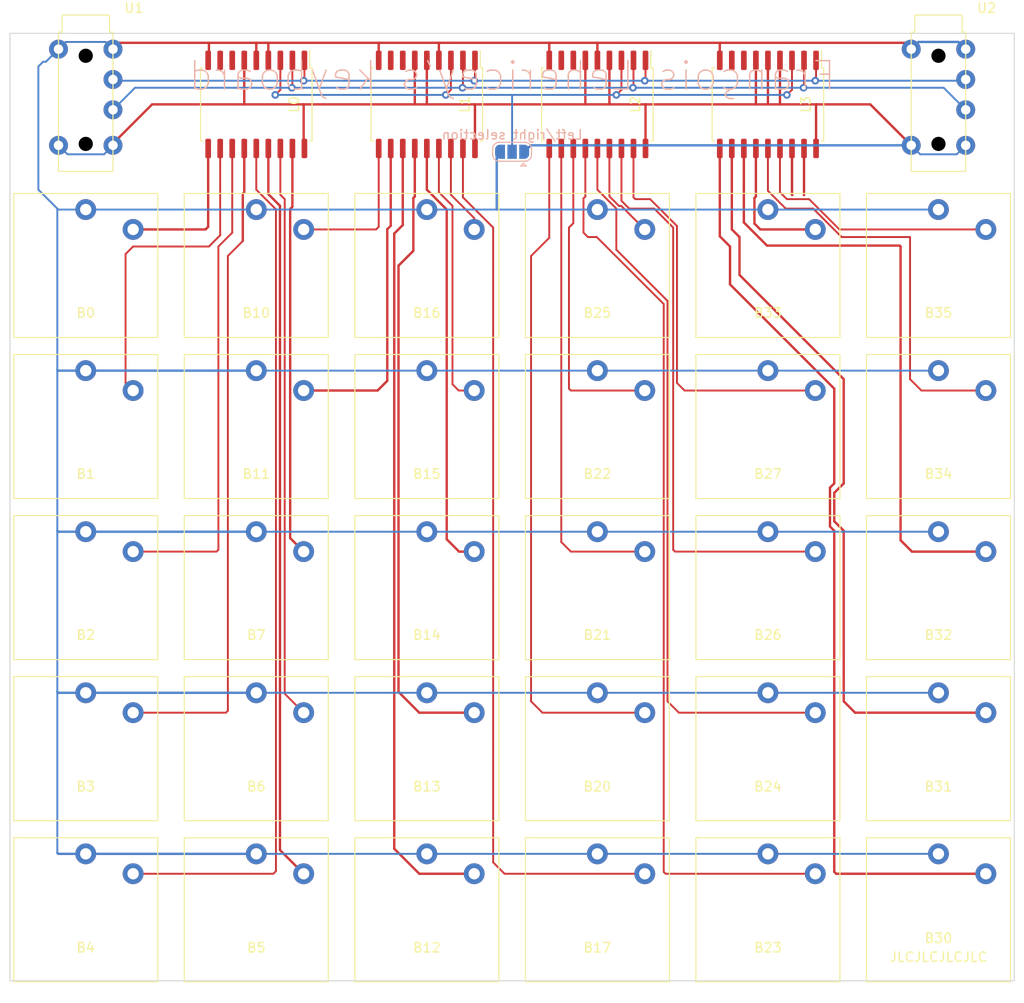
<source format=kicad_pcb>
(kicad_pcb (version 20211014) (generator pcbnew)
  (title_block (title "Split keyboard module") (rev "1") (comment 4 "AISLER Project ID: FWRUWPHT"))
  (layers (0 "F.Cu" signal) (31 "B.Cu" signal) (34 "B.Paste" user) (35 "F.Paste" user) (36 "B.SilkS" user "B.Silkscreen") (37 "F.SilkS" user "F.Silkscreen") (38 "B.Mask" user) (39 "F.Mask" user) (44 "Edge.Cuts" user))
  (net 0 "")
  (net 1 "Earth")
  (net 2 "+3V3")
  (net 3 "Net-(B0-Pad2)")
  (net 4 "Net-(B1-Pad2)")
  (net 13 "unconnected-(L3-Pad16)")
  (net 14 "unconnected-(L3-Pad17)")
  (net 15 "Net-(B2-Pad2)")
  (net 16 "Net-(B3-Pad2)")
  (net 17 "Net-(B4-Pad2)")
  (net 18 "Net-(B5-Pad2)")
  (net 19 "Net-(B10-Pad2)")
  (net 20 "Net-(B11-Pad2)")
  (net 21 "Net-(B12-Pad2)")
  (net 22 "Net-(B13-Pad2)")
  (net 23 "Net-(B14-Pad2)")
  (net 24 "Net-(B15-Pad2)")
  (net 25 "Net-(B20-Pad2)")
  (net 26 "Net-(B21-Pad2)")
  (net 27 "Net-(B22-Pad2)")
  (net 28 "Net-(B23-Pad2)")
  (net 29 "Net-(B24-Pad2)")
  (net 30 "Net-(B25-Pad2)")
  (net 31 "Net-(B30-Pad2)")
  (net 32 "Net-(B31-Pad2)")
  (net 33 "Net-(B32-Pad2)")
  (net 34 "Net-(B33-Pad2)")
  (net 35 "Net-(B34-Pad2)")
  (net 36 "Net-(B35-Pad2)")
  (net 37 "SCL")
  (net 38 "SDA")
  (net 39 "Net-(B6-Pad2)")
  (net 40 "Net-(B7-Pad2)")
  (net 41 "Net-(B16-Pad2)")
  (net 42 "Net-(B17-Pad2)")
  (net 43 "Net-(B26-Pad2)")
  (net 44 "Net-(B27-Pad2)")
  (net 45 "Net-(L0-Pad3)")
  (footprint "MountingHole:MountingHole_2mm" (layer "F.Cu") (at 117 161.5)
    (fp_text reference "REF**" hide)
    (fp_text value "MountingHole_2mm")
  )
  (footprint "Switch_Keyboard_Kailh:SW_Kailh_Choc_V1_1.00u" (layer "F.Cu") (at 54 102)
    (fp_text reference "B10")
    (fp_text value "Kailh_1u")
  )
  (footprint "Switch_Keyboard_Kailh:SW_Kailh_Choc_V1_1.00u" (layer "F.Cu") (at 72 102)
    (fp_text reference "B16")
    (fp_text value "Kailh_1u")
  )
  (footprint "Library:jack" (layer "F.Cu") (at 36 77.37)
    (fp_text reference "U1")
    (fp_text value "jack")
  )
  (footprint "Switch_Keyboard_Kailh:SW_Kailh_Choc_V1_1.00u" (layer "F.Cu") (at 108 136)
    (fp_text reference "B26")
    (fp_text value "Kailh_1u")
  )
  (footprint "Library:jack" (layer "F.Cu") (at 126 77.37)
    (fp_text reference "U2")
    (fp_text value "jack")
  )
  (footprint "MountingHole:MountingHole_2mm" (layer "F.Cu") (at 81 161.5)
    (fp_text reference "REF**" hide)
    (fp_text value "MountingHole_2mm")
  )
  (footprint "Switch_Keyboard_Kailh:SW_Kailh_Choc_V1_1.00u" (layer "F.Cu") (at 54 153)
    (fp_text reference "B6")
    (fp_text value "Kailh_1u")
  )
  (footprint "Switch_Keyboard_Kailh:SW_Kailh_Choc_V1_1.00u" (layer "F.Cu") (at 108 170)
    (fp_text reference "B23")
    (fp_text value "Kailh_1u")
  )
  (footprint "Switch_Keyboard_Kailh:SW_Kailh_Choc_V1_1.00u" (layer "F.Cu") (at 90 102)
    (fp_text reference "B25")
    (fp_text value "Kailh_1u")
  )
  (footprint "Switch_Keyboard_Kailh:SW_Kailh_Choc_V1_1.00u" (layer "F.Cu") (at 54 170)
    (fp_text reference "B5")
    (fp_text value "Kailh_1u")
  )
  (footprint "Switch_Keyboard_Kailh:SW_Kailh_Choc_V1_1.00u" (layer "F.Cu") (at 126 136)
    (fp_text reference "B32")
    (fp_text value "Kailh_1u")
  )
  (footprint "Switch_Keyboard_Kailh:SW_Kailh_Choc_V1_1.00u" (layer "F.Cu") (at 72 119)
    (fp_text reference "B15")
    (fp_text value "Kailh_1u")
  )
  (footprint "Switch_Keyboard_Kailh:SW_Kailh_Choc_V1_1.00u" (layer "F.Cu") (at 72 153)
    (fp_text reference "B13")
    (fp_text value "Kailh_1u")
  )
  (footprint "MountingHole:MountingHole_2mm" (layer "F.Cu") (at 45 127.5)
    (fp_text reference "REF**" hide)
    (fp_text value "MountingHole_2mm")
  )
  (footprint "Switch_Keyboard_Kailh:SW_Kailh_Choc_V1_1.00u" (layer "F.Cu") (at 54 136)
    (fp_text reference "B7")
    (fp_text value "Kailh_1u")
  )
  (footprint "Switch_Keyboard_Kailh:SW_Kailh_Choc_V1_1.00u" (layer "F.Cu") (at 90 153)
    (fp_text reference "B20")
    (fp_text value "Kailh_1u")
  )
  (footprint "Switch_Keyboard_Kailh:SW_Kailh_Choc_V1_1.00u" (layer "F.Cu") (at 108 153)
    (fp_text reference "B24")
    (fp_text value "Kailh_1u")
  )
  (footprint "Switch_Keyboard_Kailh:SW_Kailh_Choc_V1_1.00u" (layer "F.Cu") (at 108 119)
    (fp_text reference "B27")
    (fp_text value "Kailh_1u")
  )
  (footprint "Package_SO:SOIC-18W_7.5x11.6mm_P1.27mm" (layer "F.Cu") (at 54 85 -90)
    (fp_text reference "L0")
    (fp_text value "MCP23008-xSO")
  )
  (footprint "Switch_Keyboard_Kailh:SW_Kailh_Choc_V1_1.00u" (layer "F.Cu") (at 90 136)
    (fp_text reference "B21")
    (fp_text value "Kailh_1u")
  )
  (footprint "Switch_Keyboard_Kailh:SW_Kailh_Choc_V1_1.00u" (layer "F.Cu") (at 90 119)
    (fp_text reference "B22")
    (fp_text value "Kailh_1u")
  )
  (footprint "MountingHole:MountingHole_2mm" (layer "F.Cu") (at 45 161.5)
    (fp_text reference "REF**" hide)
    (fp_text value "MountingHole_2mm")
  )
  (footprint "Switch_Keyboard_Kailh:SW_Kailh_Choc_V1_1.00u" (layer "F.Cu") (at 36 153)
    (fp_text reference "B3")
    (fp_text value "Kailh_1u")
  )
  (footprint "Switch_Keyboard_Kailh:SW_Kailh_Choc_V1_1.00u" (layer "F.Cu") (at 36 136)
    (fp_text reference "B2")
    (fp_text value "Kailh_1u")
  )
  (footprint "Switch_Keyboard_Kailh:SW_Kailh_Choc_V1_1.00u" (layer "F.Cu") (at 126 102)
    (fp_text reference "B35")
    (fp_text value "Kailh_1u")
  )
  (footprint "Switch_Keyboard_Kailh:SW_Kailh_Choc_V1_1.00u" (layer "F.Cu") (at 72 170)
    (fp_text reference "B12")
    (fp_text value "Kailh_1u")
  )
  (footprint "MountingHole:MountingHole_2mm" (layer "F.Cu") (at 117 127.5)
    (fp_text reference "REF**" hide)
    (fp_text value "MountingHole_2mm")
  )
  (footprint "MountingHole:MountingHole_2mm" (layer "F.Cu") (at 81 127.5)
    (fp_text reference "REF**" hide)
    (fp_text value "MountingHole_2mm")
  )
  (footprint "Package_SO:SOIC-18W_7.5x11.6mm_P1.27mm" (layer "F.Cu") (at 90 85 -90)
    (fp_text reference "L2")
    (fp_text value "MCP23008-xSO")
  )
  (footprint "Package_SO:SOIC-18W_7.5x11.6mm_P1.27mm" (layer "F.Cu") (at 72 85 -90)
    (fp_text reference "L1")
    (fp_text value "MCP23008-xSO")
  )
  (footprint "Switch_Keyboard_Kailh:SW_Kailh_Choc_V1_1.00u" (layer "F.Cu") (at 36 102)
    (fp_text reference "B0")
    (fp_text value "Kailh_1u")
  )
  (footprint "Switch_Keyboard_Kailh:SW_Kailh_Choc_V1_1.00u" (layer "F.Cu") (at 36 119)
    (fp_text reference "B1")
    (fp_text value "Kailh_1u")
  )
  (footprint "Switch_Keyboard_Kailh:SW_Kailh_Choc_V1_1.00u" (layer "F.Cu") (at 90 170)
    (fp_text reference "B17")
    (fp_text value "Kailh_1u")
  )
  (footprint "Switch_Keyboard_Kailh:SW_Kailh_Choc_V1_1.00u" (layer "F.Cu") (at 36 170)
    (fp_text reference "B4")
    (fp_text value "Kailh_1u")
  )
  (footprint "MountingHole:MountingHole_2mm" (layer "F.Cu") (at 117 93.5)
    (fp_text reference "REF**" hide)
    (fp_text value "MountingHole_2mm")
  )
  (footprint "Switch_Keyboard_Kailh:SW_Kailh_Choc_V1_1.00u" (layer "F.Cu") (at 54 119)
    (fp_text reference "B11")
    (fp_text value "Kailh_1u")
  )
  (footprint "Switch_Keyboard_Kailh:SW_Kailh_Choc_V1_1.00u" (layer "F.Cu") (at 126 153)
    (fp_text reference "B31")
    (fp_text value "Kailh_1u")
  )
  (footprint "Package_SO:SOIC-18W_7.5x11.6mm_P1.27mm" (layer "F.Cu") (at 108 85 -90)
    (fp_text reference "L3")
    (fp_text value "MCP23008-xSO")
  )
  (footprint "Switch_Keyboard_Kailh:SW_Kailh_Choc_V1_1.00u" (layer "F.Cu") (at 108 102)
    (fp_text reference "B33")
    (fp_text value "Kailh_1u")
  )
  (footprint "MountingHole:MountingHole_2mm" (layer "F.Cu") (at 45 93.5)
    (fp_text reference "REF**" hide)
    (fp_text value "MountingHole_2mm")
  )
  (footprint "Switch_Keyboard_Kailh:SW_Kailh_Choc_V1_1.00u" (layer "F.Cu") (at 72 136)
    (fp_text reference "B14")
    (fp_text value "Kailh_1u")
  )
  (footprint "MountingHole:MountingHole_2mm" (layer "F.Cu") (at 81 93.5)
    (fp_text reference "REF**" hide)
    (fp_text value "MountingHole_2mm")
  )
  (footprint "Switch_Keyboard_Kailh:SW_Kailh_Choc_V1_1.00u" (layer "F.Cu") (at 126 119)
    (fp_text reference "B34")
    (fp_text value "Kailh_1u")
  )
  (footprint "Switch_Keyboard_Kailh:SW_Kailh_Choc_V1_1.00u" (layer "F.Cu") (at 126 170)
    (fp_text reference "B30")
    (fp_text value "Kailh_1u")
  )
  (footprint "Jumper:SolderJumper-3_P1.3mm_Open_RoundedPad1.0x1.5mm" (layer "B.Cu") (at 81 90 180)
    (fp_text reference "Left/right selection")
    (fp_text value "Jumper_3_Open")
  )
  (gr_rect (start 28 177.5) (end 134 77.5) (layer "Edge.Cuts") (width 0.1) (fill none))
  (gr_text "François Lehericey's keyboard" (at 81 82) (layer "B.SilkS") (effects (font (size 3 3)) (justify mirror)))
  (gr_text "JLCJLCJLCJLC" (at 126 175) (layer "F.SilkS") (effects (font (size 1 1))))
  (segment (start 73.27 78.511879) (end 73.258121 78.5) (width 0.25) (layer "F.Cu") (net 1))
  (segment (start 103 78.5) (end 110.5 78.5) (width 0.25) (layer "F.Cu") (net 1))
  (segment (start 90 78.5) (end 92.5 78.5) (width 0.25) (layer "F.Cu") (net 1))
  (segment (start 92.5 78.5) (end 103 78.5) (width 0.25) (layer "F.Cu") (net 1))
  (segment (start 84.92 78.58) (end 85 78.5) (width 0.25) (layer "F.Cu") (net 1))
  (segment (start 56.5 78.5) (end 67 78.5) (width 0.25) (layer "F.Cu") (net 1))
  (segment (start 55.27 80.35) (end 55.27 78.525722) (width 0.25) (layer "F.Cu") (net 1))
  (segment (start 38.875 79.17) (end 39.5 78.545) (width 0.25) (layer "F.Cu") (net 1))
  (segment (start 66.92 78.58) (end 67 78.5) (width 0.25) (layer "F.Cu") (net 1))
  (segment (start 55.244278 78.5) (end 56.5 78.5) (width 0.25) (layer "F.Cu") (net 1))
  (segment (start 73.27 80.35) (end 73.27 78.511879) (width 0.25) (layer "F.Cu") (net 1))
  (segment (start 55.27 78.525722) (end 55.244278 78.5) (width 0.25) (layer "F.Cu") (net 1))
  (segment (start 66.92 80.35) (end 66.92 78.58) (width 0.25) (layer "F.Cu") (net 1))
  (segment (start 102.92 80.35) (end 102.92 78.58) (width 0.25) (layer "F.Cu") (net 1))
  (segment (start 84.92 80.35) (end 84.92 78.58) (width 0.25) (layer "F.Cu") (net 1))
  (segment (start 102.92 78.58) (end 103 78.5) (width 0.25) (layer "F.Cu") (net 1))
  (segment (start 55 78.5) (end 55.244278 78.5) (width 0.25) (layer "F.Cu") (net 1))
  (segment (start 85 78.5) (end 90 78.5) (width 0.25) (layer "F.Cu") (net 1))
  (segment (start 90 80.35) (end 90 78.5) (width 0.25) (layer "F.Cu") (net 1))
  (segment (start 49 80.27) (end 48.92 80.35) (width 0.25) (layer "F.Cu") (net 1))
  (segment (start 49 78.5) (end 54 78.5) (width 0.25) (layer "F.Cu") (net 1))
  (segment (start 49 78.5) (end 49 80.27) (width 0.25) (layer "F.Cu") (net 1))
  (segment (start 39.5 78.545) (end 39.5 78.5) (width 0.25) (layer "F.Cu") (net 1))
  (segment (start 73 78.5) (end 73.258121 78.5) (width 0.25) (layer "F.Cu") (net 1))
  (segment (start 110.5 78.5) (end 122.455 78.5) (width 0.25) (layer "F.Cu") (net 1))
  (segment (start 54 80.35) (end 54 78.5) (width 0.25) (layer "F.Cu") (net 1))
  (segment (start 54 78.5) (end 55 78.5) (width 0.25) (layer "F.Cu") (net 1))
  (segment (start 39.5 78.5) (end 49 78.5) (width 0.25) (layer "F.Cu") (net 1))
  (segment (start 122.455 78.5) (end 123.125 79.17) (width 0.25) (layer "F.Cu") (net 1))
  (segment (start 73.258121 78.5) (end 74.5 78.5) (width 0.25) (layer "F.Cu") (net 1))
  (segment (start 67 78.5) (end 73 78.5) (width 0.25) (layer "F.Cu") (net 1))
  (segment (start 74.5 78.5) (end 85 78.5) (width 0.25) (layer "F.Cu") (net 1))
  (segment (start 79.377542 96.069455) (end 79.408087 96.1) (width 0.25) (layer "B.Cu") (net 1))
  (segment (start 36 147.1) (end 33.1 147.1) (width 0.25) (layer "B.Cu") (net 1))
  (segment (start 72 96.1) (end 54 96.1) (width 0.2) (layer "B.Cu") (net 1))
  (segment (start 54 164.1) (end 72 164.1) (width 0.2) (layer "B.Cu") (net 1))
  (segment (start 33.1 147.1) (end 33 147) (width 0.25) (layer "B.Cu") (net 1))
  (segment (start 33.1 130.1) (end 33 130) (width 0.25) (layer "B.Cu") (net 1))
  (segment (start 108 113.1) (end 90 113.1) (width 0.2) (layer "B.Cu") (net 1))
  (segment (start 108 96.1) (end 90 96.1) (width 0.2) (layer "B.Cu") (net 1))
  (segment (start 72 130.1) (end 90 130.1) (width 0.2) (layer "B.Cu") (net 1))
  (segment (start 33.886999 78.408001) (end 38.113001 78.408001) (width 0.2) (layer "B.Cu") (net 1))
  (segment (start 90 130.1) (end 108 130.1) (width 0.2) (layer "B.Cu") (net 1))
  (segment (start 90 164.1) (end 108 164.1) (width 0.2) (layer "B.Cu") (net 1))
  (segment (start 33.125 79.17) (end 31.795 80.5) (width 0.2) (layer "B.Cu") (net 1))
  (segment (start 36 164.1) (end 54 164.1) (width 0.25) (layer "B.Cu") (net 1))
  (segment (start 31.5 80.5) (end 31 81) (width 0.2) (layer "B.Cu") (net 1))
  (segment (start 33 147) (end 33 164) (width 0.2) (layer "B.Cu") (net 1))
  (segment (start 33.1 164.1) (end 33 164) (width 0.25) (layer "B.Cu") (net 1))
  (segment (start 54 96.1) (end 36 96.1) (width 0.2) (layer "B.Cu") (net 1))
  (segment (start 126 96.1) (end 108 96.1) (width 0.2) (layer "B.Cu") (net 1))
  (segment (start 31 93) (end 31 94) (width 0.2) (layer "B.Cu") (net 1))
  (segment (start 79.377542 90.322458) (end 79.377542 96.069455) (width 0.25) (layer "B.Cu") (net 1))
  (segment (start 33 130) (end 33 147) (width 0.2) (layer "B.Cu") (net 1))
  (segment (start 126 164.1) (end 108 164.1) (width 0.2) (layer "B.Cu") (net 1))
  (segment (start 36 96.1) (end 33.1 96.1) (width 0.2) (layer "B.Cu") (net 1))
  (segment (start 36 164.1) (end 33.1 164.1) (width 0.25) (layer "B.Cu") (net 1))
  (segment (start 108 147.1) (end 90 147.1) (width 0.2) (layer "B.Cu") (net 1))
  (segment (start 123.125 79.17) (end 123.886999 78.408001) (width 0.25) (layer "B.Cu") (net 1))
  (segment (start 123.886999 78.408001) (end 128.113001 78.408001) (width 0.25) (layer "B.Cu") (net 1))
  (segment (start 79.408087 96.1) (end 72 96.1) (width 0.2) (layer "B.Cu") (net 1))
  (segment (start 33.125 79.17) (end 33.886999 78.408001) (width 0.2) (layer "B.Cu") (net 1))
  (segment (start 72 164.1) (end 90 164.1) (width 0.2) (layer "B.Cu") (net 1))
  (segment (start 90 96.1) (end 79.408087 96.1) (width 0.2) (layer "B.Cu") (net 1))
  (segment (start 72 147.1) (end 54 147.1) (width 0.2) (layer "B.Cu") (net 1))
  (segment (start 36 113.1) (end 54 113.1) (width 0.25) (layer "B.Cu") (net 1))
  (segment (start 54 130.1) (end 72 130.1) (width 0.2) (layer "B.Cu") (net 1))
  (segment (start 31 81) (end 31 93) (width 0.2) (layer "B.Cu") (net 1))
  (segment (start 38.113001 78.408001) (end 38.875 79.17) (width 0.2) (layer "B.Cu") (net 1))
  (segment (start 126 130.1) (end 108 130.1) (width 0.2) (layer "B.Cu") (net 1))
  (segment (start 33.1 96.1) (end 33 96) (width 0.2) (layer "B.Cu") (net 1))
  (segment (start 31.795 80.5) (end 31.5 80.5) (width 0.2) (layer "B.Cu") (net 1))
  (segment (start 31 94) (end 33 96) (width 0.2) (layer "B.Cu") (net 1))
  (segment (start 36 113.1) (end 33.1 113.1) (width 0.25) (layer "B.Cu") (net 1))
  (segment (start 36 130.1) (end 33.1 130.1) (width 0.25) (layer "B.Cu") (net 1))
  (segment (start 128.113001 78.408001) (end 128.875 79.17) (width 0.25) (layer "B.Cu") (net 1))
  (segment (start 33 96) (end 33 113) (width 0.2) (layer "B.Cu") (net 1))
  (segment (start 33.1 113.1) (end 33 113) (width 0.25) (layer "B.Cu") (net 1))
  (segment (start 126 147.1) (end 108 147.1) (width 0.2) (layer "B.Cu") (net 1))
  (segment (start 33 113) (end 33 130) (width 0.2) (layer "B.Cu") (net 1))
  (segment (start 90 113.1) (end 72 113.1) (width 0.2) (layer "B.Cu") (net 1))
  (segment (start 108 113.1) (end 126 113.1) (width 0.2) (layer "B.Cu") (net 1))
  (segment (start 36 147.1) (end 54 147.1) (width 0.25) (layer "B.Cu") (net 1))
  (segment (start 90 147.1) (end 72 147.1) (width 0.2) (layer "B.Cu") (net 1))
  (segment (start 72 113.1) (end 54 113.1) (width 0.2) (layer "B.Cu") (net 1))
  (segment (start 79.7 90) (end 79.377542 90.322458) (width 0.25) (layer "B.Cu") (net 1))
  (segment (start 36 130.1) (end 54 130.1) (width 0.25) (layer "B.Cu") (net 1))
  (segment (start 109.27 84.950517) (end 109.220517 85) (width 0.25) (layer "F.Cu") (net 2))
  (segment (start 72.036249 85) (end 77 85) (width 0.25) (layer "F.Cu") (net 2))
  (segment (start 59 89.57) (end 59 85) (width 0.25) (layer "F.Cu") (net 2))
  (segment (start 70.73 84.979293) (end 70.709293 85) (width 0.25) (layer "F.Cu") (net 2))
  (segment (start 59 85) (end 70.709293 85) (width 0.25) (layer "F.Cu") (net 2))
  (segment (start 70.73 80.35) (end 70.73 84.979293) (width 0.25) (layer "F.Cu") (net 2))
  (segment (start 113.112923 85) (end 118.805 85) (width 0.25) (layer "F.Cu") (net 2))
  (segment (start 113.08 89.65) (end 113.08 85.032923) (width 0.25) (layer "F.Cu") (net 2))
  (segment (start 108 84.996769) (end 107.996769 85) (width 0.25) (layer "F.Cu") (net 2))
  (segment (start 52.73 84.986374) (end 52.743626 85) (width 0.25) (layer "F.Cu") (net 2))
  (segment (start 95.08 89.65) (end 95.081059 89.648941) (width 0.25) (layer "F.Cu") (net 2))
  (segment (start 52.743626 85) (end 59 85) (width 0.25) (layer "F.Cu") (net 2))
  (segment (start 38.875 89.32) (end 38.875 89.125) (width 0.25) (layer "F.Cu") (net 2))
  (segment (start 109.220517 85) (end 113.112923 85) (width 0.25) (layer "F.Cu") (net 2))
  (segment (start 91.27 84.904419) (end 91.365581 85) (width 0.25) (layer "F.Cu") (net 2))
  (segment (start 88.7559 85) (end 91.365581 85) (width 0.25) (layer "F.Cu") (net 2))
  (segment (start 72 80.35) (end 72 84.963751) (width 0.25) (layer "F.Cu") (net 2))
  (segment (start 88.73 80.35) (end 88.73 84.9741) (width 0.25) (layer "F.Cu") (net 2))
  (segment (start 70.709293 85) (end 72.036249 85) (width 0.25) (layer "F.Cu") (net 2))
  (segment (start 52 85) (end 52.743626 85) (width 0.25) (layer "F.Cu") (net 2))
  (segment (start 88.73 84.9741) (end 88.7559 85) (width 0.25) (layer "F.Cu") (net 2))
  (segment (start 77 85) (end 88.7559 85) (width 0.25) (layer "F.Cu") (net 2))
  (segment (start 95.081059 85) (end 106.728788 85) (width 0.25) (layer "F.Cu") (net 2))
  (segment (start 43 85) (end 52 85) (width 0.25) (layer "F.Cu") (net 2))
  (segment (start 109.27 80.35) (end 109.27 84.950517) (width 0.25) (layer "F.Cu") (net 2))
  (segment (start 107.996769 85) (end 109.220517 85) (width 0.25) (layer "F.Cu") (net 2))
  (segment (start 91.365581 85) (end 95.081059 85) (width 0.25) (layer "F.Cu") (net 2))
  (segment (start 118.805 85) (end 123.125 89.32) (width 0.25) (layer "F.Cu") (net 2))
  (segment (start 106.73 80.35) (end 106.73 84.998788) (width 0.25) (layer "F.Cu") (net 2))
  (segment (start 95.081059 89.648941) (end 95.081059 85) (width 0.25) (layer "F.Cu") (net 2))
  (segment (start 72 84.963751) (end 72.036249 85) (width 0.25) (layer "F.Cu") (net 2))
  (segment (start 38.875 89.125) (end 43 85) (width 0.25) (layer "F.Cu") (net 2))
  (segment (start 77.08 85.08) (end 77 85) (width 0.25) (layer "F.Cu") (net 2))
  (segment (start 106.73 84.998788) (end 106.728788 85) (width 0.25) (layer "F.Cu") (net 2))
  (segment (start 59.08 89.65) (end 59 89.57) (width 0.25) (layer "F.Cu") (net 2))
  (segment (start 77.08 89.65) (end 77.08 85.08) (width 0.25) (layer "F.Cu") (net 2))
  (segment (start 113.08 85.032923) (end 113.112923 85) (width 0.25) (layer "F.Cu") (net 2))
  (segment (start 106.728788 85) (end 107.996769 85) (width 0.25) (layer "F.Cu") (net 2))
  (segment (start 91.27 80.35) (end 91.27 84.904419) (width 0.25) (layer "F.Cu") (net 2))
  (segment (start 52.73 80.35) (end 52.73 84.986374) (width 0.25) (layer "F.Cu") (net 2))
  (segment (start 108 80.35) (end 108 84.996769) (width 0.25) (layer "F.Cu") (net 2))
  (segment (start 82.3 90) (end 82.98 89.32) (width 0.25) (layer "B.Cu") (net 2))
  (segment (start 33.125 89.32) (end 34.074521 90.269521) (width 0.2) (layer "B.Cu") (net 2))
  (segment (start 128.875 89.32) (end 127.925479 90.269521) (width 0.2) (layer "B.Cu") (net 2))
  (segment (start 82.98 89.32) (end 123.125 89.32) (width 0.25) (layer "B.Cu") (net 2))
  (segment (start 34.074521 90.269521) (end 37.925479 90.269521) (width 0.2) (layer "B.Cu") (net 2))
  (segment (start 37.925479 90.269521) (end 38.875 89.32) (width 0.2) (layer "B.Cu") (net 2))
  (segment (start 124.074521 90.269521) (end 123.125 89.32) (width 0.2) (layer "B.Cu") (net 2))
  (segment (start 127.925479 90.269521) (end 124.074521 90.269521) (width 0.2) (layer "B.Cu") (net 2))
  (segment (start 41 98.2) (end 48.64 98.2) (width 0.25) (layer "F.Cu") (net 3))
  (segment (start 48.64 98.2) (end 48.92 97.92) (width 0.25) (layer "F.Cu") (net 3))
  (segment (start 48.92 89.65) (end 48.92 97.92) (width 0.25) (layer "F.Cu") (net 3))
  (segment (start 50.19 98.81) (end 49 100) (width 0.2) (layer "F.Cu") (net 4))
  (segment (start 50.19 89.65) (end 50.19 98.81) (width 0.2) (layer "F.Cu") (net 4))
  (segment (start 40.200479 100.799521) (end 40.200479 114.400479) (width 0.2) (layer "F.Cu") (net 4))
  (segment (start 49 100) (end 41 100) (width 0.2) (layer "F.Cu") (net 4))
  (segment (start 41 100) (end 40.200479 100.799521) (width 0.2) (layer "F.Cu") (net 4))
  (segment (start 40.200479 114.400479) (end 41 115.2) (width 0.2) (layer "F.Cu") (net 4))
  (segment (start 110.54 94.54) (end 110.57548 94.57548) (width 0.25) (layer "F.Cu") (net 13))
  (segment (start 110.54 89.65) (end 110.54 94.54) (width 0.25) (layer "F.Cu") (net 13))
  (segment (start 111.81 89.65) (end 111.81 94.57548) (width 0.25) (layer "F.Cu") (net 14))
  (segment (start 51.46 98.54) (end 50 100) (width 0.2) (layer "F.Cu") (net 15))
  (segment (start 51.46 89.65) (end 51.46 98.54) (width 0.2) (layer "F.Cu") (net 15))
  (segment (start 50 100) (end 50 132) (width 0.2) (layer "F.Cu") (net 15))
  (segment (start 49.8 132.2) (end 41 132.2) (width 0.2) (layer "F.Cu") (net 15))
  (segment (start 50 132) (end 49.8 132.2) (width 0.2) (layer "F.Cu") (net 15))
  (segment (start 51 101) (end 52.575489 99.424511) (width 0.2) (layer "F.Cu") (net 16))
  (segment (start 51 101) (end 51 149) (width 0.2) (layer "F.Cu") (net 16))
  (segment (start 50.8 149.2) (end 41 149.2) (width 0.2) (layer "F.Cu") (net 16))
  (segment (start 52.73 89.65) (end 52.73 94.27) (width 0.25) (layer "F.Cu") (net 16))
  (segment (start 52.575489 94.424511) (end 52.575489 99.374511) (width 0.25) (layer "F.Cu") (net 16))
  (segment (start 52.73 94.27) (end 52.575489 94.424511) (width 0.25) (layer "F.Cu") (net 16))
  (segment (start 51 149) (end 50.8 149.2) (width 0.2) (layer "F.Cu") (net 16))
  (segment (start 52.575489 99.424511) (end 52.575489 99.374511) (width 0.2) (layer "F.Cu") (net 16))
  (segment (start 56.074521 96.074521) (end 56.074521 165.925479) (width 0.2) (layer "F.Cu") (net 17))
  (segment (start 54 89.65) (end 54 94) (width 0.2) (layer "F.Cu") (net 17))
  (segment (start 54 94) (end 56.074521 96.074521) (width 0.2) (layer "F.Cu") (net 17))
  (segment (start 56.074521 165.925479) (end 55.8 166.2) (width 0.2) (layer "F.Cu") (net 17))
  (segment (start 55.8 166.2) (end 41 166.2) (width 0.2) (layer "F.Cu") (net 17))
  (segment (start 55.27 89.65) (end 55.27 94.47) (width 0.25) (layer "F.Cu") (net 18))
  (segment (start 56.49904 95.69904) (end 56.49904 163.69904) (width 0.25) (layer "F.Cu") (net 18))
  (segment (start 56.49904 163.69904) (end 59 166.2) (width 0.25) (layer "F.Cu") (net 18))
  (segment (start 55.27 94.47) (end 56.49904 95.69904) (width 0.25) (layer "F.Cu") (net 18))
  (segment (start 66.92 89.65) (end 66.92 97.92) (width 0.2) (layer "F.Cu") (net 19))
  (segment (start 66.92 97.92) (end 66.64 98.2) (width 0.2) (layer "F.Cu") (net 19))
  (segment (start 66.64 98.2) (end 59 98.2) (width 0.2) (layer "F.Cu") (net 19))
  (segment (start 66.8 115.2) (end 59 115.2) (width 0.25) (layer "F.Cu") (net 20))
  (segment (start 67.824521 98.175479) (end 67.824521 114.175479) (width 0.25) (layer "F.Cu") (net 20))
  (segment (start 67.824521 114.175479) (end 66.8 115.2) (width 0.25) (layer "F.Cu") (net 20))
  (segment (start 68.19 89.65) (end 68.19 97.81) (width 0.25) (layer "F.Cu") (net 20))
  (segment (start 68.19 97.81) (end 67.824521 98.175479) (width 0.25) (layer "F.Cu") (net 20))
  (segment (start 71.2 166.2) (end 77 166.2) (width 0.25) (layer "F.Cu") (net 21))
  (segment (start 68.56027 98.633726) (end 68.56027 163.56027) (width 0.25) (layer "F.Cu") (net 21))
  (segment (start 69.46 97.733996) (end 68.56027 98.633726) (width 0.25) (layer "F.Cu") (net 21))
  (segment (start 68.56027 163.56027) (end 71.2 166.2) (width 0.25) (layer "F.Cu") (net 21))
  (segment (start 69.46 89.65) (end 69.46 97.733996) (width 0.25) (layer "F.Cu") (net 21))
  (segment (start 70.575489 94.884511) (end 70.575489 100.455339) (width 0.25) (layer "F.Cu") (net 22))
  (segment (start 70.575489 100.455339) (end 69.00979 102.021038) (width 0.25) (layer "F.Cu") (net 22))
  (segment (start 69.00979 102.021038) (end 69.00979 147.00979) (width 0.25) (layer "F.Cu") (net 22))
  (segment (start 71.2 149.2) (end 77 149.2) (width 0.25) (layer "F.Cu") (net 22))
  (segment (start 70.73 89.65) (end 70.73 94.73) (width 0.25) (layer "F.Cu") (net 22))
  (segment (start 70.73 94.73) (end 70.575489 94.884511) (width 0.25) (layer "F.Cu") (net 22))
  (segment (start 69.00979 147.00979) (end 71.2 149.2) (width 0.25) (layer "F.Cu") (net 22))
  (segment (start 74.099521 130.900479) (end 75.399042 132.2) (width 0.25) (layer "F.Cu") (net 23))
  (segment (start 74.099521 96.099521) (end 74.099521 130.900479) (width 0.25) (layer "F.Cu") (net 23))
  (segment (start 72 89.65) (end 72 94) (width 0.25) (layer "F.Cu") (net 23))
  (segment (start 72 94) (end 74.099521 96.099521) (width 0.25) (layer "F.Cu") (net 23))
  (segment (start 75.399042 132.2) (end 77 132.2) (width 0.25) (layer "F.Cu") (net 23))
  (segment (start 75.360477 115.2) (end 77 115.2) (width 0.2) (layer "F.Cu") (net 24))
  (segment (start 73.27 94.27) (end 74.706217 95.706217) (width 0.2) (layer "F.Cu") (net 24))
  (segment (start 74.706217 114.54574) (end 75.360477 115.2) (width 0.2) (layer "F.Cu") (net 24))
  (segment (start 73.27 89.65) (end 73.27 94.27) (width 0.2) (layer "F.Cu") (net 24))
  (segment (start 74.706217 95.706217) (end 74.706217 114.54574) (width 0.2) (layer "F.Cu") (net 24))
  (segment (start 84.92 99.08) (end 83 101) (width 0.2) (layer "F.Cu") (net 25))
  (segment (start 83 101) (end 83 148) (width 0.2) (layer "F.Cu") (net 25))
  (segment (start 84.92 89.65) (end 84.92 99.08) (width 0.2) (layer "F.Cu") (net 25))
  (segment (start 84.2 149.2) (end 95 149.2) (width 0.2) (layer "F.Cu") (net 25))
  (segment (start 83 148) (end 84.2 149.2) (width 0.2) (layer "F.Cu") (net 25))
  (segment (start 86.19 89.65) (end 86.19 131.19) (width 0.2) (layer "F.Cu") (net 26))
  (segment (start 86.19 131.19) (end 87.2 132.2) (width 0.2) (layer "F.Cu") (net 26))
  (segment (start 87.2 132.2) (end 95 132.2) (width 0.2) (layer "F.Cu") (net 26))
  (segment (start 87 115) (end 87.2 115.2) (width 0.2) (layer "F.Cu") (net 27))
  (segment (start 87.46 89.65) (end 87.46 97.54) (width 0.2) (layer "F.Cu") (net 27))
  (segment (start 87 98) (end 87 115) (width 0.2) (layer "F.Cu") (net 27))
  (segment (start 87.46 97.54) (end 87 98) (width 0.2) (layer "F.Cu") (net 27))
  (segment (start 87.2 115.2) (end 95 115.2) (width 0.2) (layer "F.Cu") (net 27))
  (segment (start 88.73 94.73) (end 88.533091 94.926909) (width 0.2) (layer "F.Cu") (net 28))
  (segment (start 88.533091 98.533091) (end 89 99) (width 0.2) (layer "F.Cu") (net 28))
  (segment (start 97 106.066183) (end 97 166) (width 0.2) (layer "F.Cu") (net 28))
  (segment (start 89.933817 99) (end 97 106.066183) (width 0.2) (layer "F.Cu") (net 28))
  (segment (start 88.533091 94.926909) (end 88.533091 98.533091) (width 0.2) (layer "F.Cu") (net 28))
  (segment (start 88.73 89.65) (end 88.73 94.73) (width 0.2) (layer "F.Cu") (net 28))
  (segment (start 97.2 166.2) (end 113 166.2) (width 0.2) (layer "F.Cu") (net 28))
  (segment (start 97 166) (end 97.2 166.2) (width 0.2) (layer "F.Cu") (net 28))
  (segment (start 89 99) (end 89.933817 99) (width 0.2) (layer "F.Cu") (net 28))
  (segment (start 92 100.337801) (end 97.39952 105.737321) (width 0.2) (layer "F.Cu") (net 29))
  (segment (start 97.399519 106.23167) (end 97.39952 148) (width 0.2) (layer "F.Cu") (net 29))
  (segment (start 92 96) (end 92 100.337801) (width 0.2) (layer "F.Cu") (net 29))
  (segment (start 90 89.65) (end 90 94) (width 0.2) (layer "F.Cu") (net 29))
  (segment (start 90 94) (end 92 96) (width 0.2) (layer "F.Cu") (net 29))
  (segment (start 97.39952 105.737321) (end 97.399519 106.23167) (width 0.2) (layer "F.Cu") (net 29))
  (segment (start 97.39952 148) (end 98.59952 149.2) (width 0.2) (layer "F.Cu") (net 29))
  (segment (start 98.59952 149.2) (end 113 149.2) (width 0.2) (layer "F.Cu") (net 29))
  (segment (start 92.517497 95.717497) (end 95 98.2) (width 0.2) (layer "F.Cu") (net 30))
  (segment (start 91.27 94.704994) (end 92.282503 95.717497) (width 0.2) (layer "F.Cu") (net 30))
  (segment (start 92.282503 95.717497) (end 92.517497 95.717497) (width 0.2) (layer "F.Cu") (net 30))
  (segment (start 91.27 89.65) (end 91.27 94.704994) (width 0.2) (layer "F.Cu") (net 30))
  (segment (start 115 166) (end 115.2 166.2) (width 0.25) (layer "F.Cu") (net 31))
  (segment (start 114.55048 125.44952) (end 114.55048 129.55048) (width 0.25) (layer "F.Cu") (net 31))
  (segment (start 102.92 98.92) (end 104 100) (width 0.25) (layer "F.Cu") (net 31))
  (segment (start 115.2 166.2) (end 131 166.2) (width 0.25) (layer "F.Cu") (net 31))
  (segment (start 115 115) (end 115 125) (width 0.25) (layer "F.Cu") (net 31))
  (segment (start 115 130) (end 115 166) (width 0.25) (layer "F.Cu") (net 31))
  (segment (start 102.92 89.65) (end 102.92 98.92) (width 0.25) (layer "F.Cu") (net 31))
  (segment (start 104 100) (end 104 104) (width 0.25) (layer "F.Cu") (net 31))
  (segment (start 115 125) (end 114.55048 125.44952) (width 0.25) (layer "F.Cu") (net 31))
  (segment (start 104 104) (end 115 115) (width 0.25) (layer "F.Cu") (net 31))
  (segment (start 114.55048 129.55048) (end 115 130) (width 0.25) (layer "F.Cu") (net 31))
  (segment (start 104.19 98.19) (end 105 99) (width 0.25) (layer "F.Cu") (net 32))
  (segment (start 104.19 89.65) (end 104.19 98.19) (width 0.25) (layer "F.Cu") (net 32))
  (segment (start 115 126) (end 115 129) (width 0.25) (layer "F.Cu") (net 32))
  (segment (start 117.2 149.2) (end 131 149.2) (width 0.25) (layer "F.Cu") (net 32))
  (segment (start 115 129) (end 116 130) (width 0.25) (layer "F.Cu") (net 32))
  (segment (start 116 130) (end 116 148) (width 0.25) (layer "F.Cu") (net 32))
  (segment (start 105 99) (end 105 103) (width 0.25) (layer "F.Cu") (net 32))
  (segment (start 116 125) (end 115 126) (width 0.25) (layer "F.Cu") (net 32))
  (segment (start 116 148) (end 117.2 149.2) (width 0.25) (layer "F.Cu") (net 32))
  (segment (start 116 114) (end 116 125) (width 0.25) (layer "F.Cu") (net 32))
  (segment (start 105 103) (end 116 114) (width 0.25) (layer "F.Cu") (net 32))
  (segment (start 105.46 89.65) (end 105.46 97.46) (width 0.25) (layer "F.Cu") (net 33))
  (segment (start 105.46 97.46) (end 107.900479 99.900479) (width 0.25) (layer "F.Cu") (net 33))
  (segment (start 122 100) (end 122 131) (width 0.25) (layer "F.Cu") (net 33))
  (segment (start 107.900479 99.900479) (end 121.900479 99.900479) (width 0.25) (layer "F.Cu") (net 33))
  (segment (start 121.900479 99.900479) (end 122 100) (width 0.25) (layer "F.Cu") (net 33))
  (segment (start 123.2 132.2) (end 131 132.2) (width 0.25) (layer "F.Cu") (net 33))
  (segment (start 122 131) (end 123.2 132.2) (width 0.25) (layer "F.Cu") (net 33))
  (segment (start 106.73 89.65) (end 106.73 94.73) (width 0.25) (layer "F.Cu") (net 34))
  (segment (start 107.2 98.2) (end 113 98.2) (width 0.25) (layer "F.Cu") (net 34))
  (segment (start 106.73 94.73) (end 106.575489 94.884511) (width 0.25) (layer "F.Cu") (net 34))
  (segment (start 106.575489 97.575489) (end 107.2 98.2) (width 0.25) (layer "F.Cu") (net 34))
  (segment (start 106.575489 94.884511) (end 106.575489 97.575489) (width 0.25) (layer "F.Cu") (net 34))
  (segment (start 124.2 115.2) (end 131 115.2) (width 0.2) (layer "F.Cu") (net 35))
  (segment (start 123 114) (end 124.2 115.2) (width 0.2) (layer "F.Cu") (net 35))
  (segment (start 108 94.120791) (end 109.879209 96) (width 0.2) (layer "F.Cu") (net 35))
  (segment (start 123 99) (end 123 114) (width 0.2) (layer "F.Cu") (net 35))
  (segment (start 112.779209 96) (end 115.779209 99) (width 0.2) (layer "F.Cu") (net 35))
  (segment (start 109.879209 96) (end 112.779209 96) (width 0.2) (layer "F.Cu") (net 35))
  (segment (start 115.779209 99) (end 123 99) (width 0.2) (layer "F.Cu") (net 35))
  (segment (start 108 89.65) (end 108 94.120791) (width 0.2) (layer "F.Cu") (net 35))
  (segment (start 109.27 89.65) (end 109.27 94.27) (width 0.2) (layer "F.Cu") (net 36))
  (segment (start 115.544215 98.2) (end 131 98.2) (width 0.2) (layer "F.Cu") (net 36))
  (segment (start 110 95) (end 112.344215 95) (width 0.2) (layer "F.Cu") (net 36))
  (segment (start 109.27 94.27) (end 110 95) (width 0.2) (layer "F.Cu") (net 36))
  (segment (start 112.344215 95) (end 115.544215 98.2) (width 0.2) (layer "F.Cu") (net 36))
  (segment (start 77.08 82.42) (end 77 82.5) (width 0.2) (layer "F.Cu") (net 37))
  (segment (start 95.08 80.35) (end 95.08 82.42) (width 0.2) (layer "F.Cu") (net 37))
  (segment (start 59.08 80.35) (end 59.08 82.42) (width 0.2) (layer "F.Cu") (net 37))
  (segment (start 59.08 82.42) (end 59 82.5) (width 0.2) (layer "F.Cu") (net 37))
  (segment (start 95.08 82.42) (end 95 82.5) (width 0.2) (layer "F.Cu") (net 37))
  (segment (start 113.08 80.35) (end 113.08 82.42) (width 0.2) (layer "F.Cu") (net 37))
  (segment (start 77.08 80.35) (end 77.08 82.42) (width 0.2) (layer "F.Cu") (net 37))
  (segment (start 113.08 82.42) (end 113 82.5) (width 0.2) (layer "F.Cu") (net 37))
  (via (at 59 82.5) (size 0.8) (drill 0.4) (layers "F.Cu" "B.Cu") (net 37))
  (via (at 95 82.5) (size 0.8) (drill 0.4) (layers "F.Cu" "B.Cu") (net 37))
  (via (at 77 82.5) (size 0.8) (drill 0.4) (layers "F.Cu" "B.Cu") (net 37))
  (via (at 113 82.5) (size 0.8) (drill 0.4) (layers "F.Cu" "B.Cu") (net 37))
  (segment (start 95 82.5) (end 113 82.5) (width 0.2) (layer "B.Cu") (net 37))
  (segment (start 113 82.5) (end 128.745 82.5) (width 0.2) (layer "B.Cu") (net 37))
  (segment (start 38.875 82.37) (end 39.005 82.5) (width 0.2) (layer "B.Cu") (net 37))
  (segment (start 128.745 82.5) (end 128.875 82.37) (width 0.2) (layer "B.Cu") (net 37))
  (segment (start 77 82.5) (end 95 82.5) (width 0.2) (layer "B.Cu") (net 37))
  (segment (start 59 82.5) (end 77 82.5) (width 0.2) (layer "B.Cu") (net 37))
  (segment (start 39.005 82.5) (end 59 82.5) (width 0.2) (layer "B.Cu") (net 37))
  (segment (start 75.81 83.19) (end 75.756725 83.243275) (width 0.2) (layer "F.Cu") (net 38))
  (segment (start 57.81 83.19) (end 57.756725 83.243275) (width 0.2) (layer "F.Cu") (net 38))
  (segment (start 111.81 83.19) (end 111.756725 83.243275) (width 0.2) (layer "F.Cu") (net 38))
  (segment (start 93.81 83.19) (end 93.756725 83.243275) (width 0.2) (layer "F.Cu") (net 38))
  (segment (start 93.81 80.35) (end 93.81 83.19) (width 0.2) (layer "F.Cu") (net 38))
  (segment (start 57.81 80.35) (end 57.81 83.19) (width 0.2) (layer "F.Cu") (net 38))
  (segment (start 111.81 80.35) (end 111.81 83.19) (width 0.2) (layer "F.Cu") (net 38))
  (segment (start 75.81 80.35) (end 75.81 83.19) (width 0.2) (layer "F.Cu") (net 38))
  (via (at 75.756725 83.243275) (size 0.8) (drill 0.4) (layers "F.Cu" "B.Cu") (net 38))
  (via (at 93.756725 83.243275) (size 0.8) (drill 0.4) (layers "F.Cu" "B.Cu") (net 38))
  (via (at 57.756725 83.243275) (size 0.8) (drill 0.4) (layers "F.Cu" "B.Cu") (net 38))
  (via (at 111.756725 83.243275) (size 0.8) (drill 0.4) (layers "F.Cu" "B.Cu") (net 38))
  (segment (start 126.548275 83.243275) (end 128.875 85.57) (width 0.2) (layer "B.Cu") (net 38))
  (segment (start 75.756725 83.243275) (end 93.756725 83.243275) (width 0.2) (layer "B.Cu") (net 38))
  (segment (start 93.756725 83.243275) (end 111.756725 83.243275) (width 0.2) (layer "B.Cu") (net 38))
  (segment (start 41.201725 83.243275) (end 57.756725 83.243275) (width 0.2) (layer "B.Cu") (net 38))
  (segment (start 38.875 85.57) (end 41.201725 83.243275) (width 0.2) (layer "B.Cu") (net 38))
  (segment (start 111.756725 83.243275) (end 126.548275 83.243275) (width 0.2) (layer "B.Cu") (net 38))
  (segment (start 57.756725 83.243275) (end 75.756725 83.243275) (width 0.2) (layer "B.Cu") (net 38))
  (segment (start 57 147.2) (end 58.717497 148.917497) (width 0.2) (layer "F.Cu") (net 39))
  (segment (start 57 95) (end 57 147.2) (width 0.2) (layer "F.Cu") (net 39))
  (segment (start 56.54 89.65) (end 56.54 94.54) (width 0.2) (layer "F.Cu") (net 39))
  (segment (start 56.54 94.54) (end 57 95) (width 0.2) (layer "F.Cu") (net 39))
  (segment (start 57.81 89.65) (end 57.81 95.81) (width 0.25) (layer "F.Cu") (net 40))
  (segment (start 57.81 95.81) (end 57.575489 96.044511) (width 0.25) (layer "F.Cu") (net 40))
  (segment (start 57.575489 96.044511) (end 57.575489 130.775489) (width 0.25) (layer "F.Cu") (net 40))
  (segment (start 57.575489 130.775489) (end 59 132.2) (width 0.25) (layer "F.Cu") (net 40))
  (segment (start 77 97) (end 77 98.2) (width 0.2) (layer "F.Cu") (net 41))
  (segment (start 74.54 94.54) (end 77 97) (width 0.2) (layer "F.Cu") (net 41))
  (segment (start 74.54 89.65) (end 74.54 94.54) (width 0.2) (layer "F.Cu") (net 41))
  (segment (start 80.2 166.2) (end 95 166.2) (width 0.2) (layer "F.Cu") (net 42))
  (segment (start 79 165) (end 80.2 166.2) (width 0.2) (layer "F.Cu") (net 42))
  (segment (start 75.81 94.81) (end 79 98) (width 0.2) (layer "F.Cu") (net 42))
  (segment (start 79 98) (end 79 165) (width 0.2) (layer "F.Cu") (net 42))
  (segment (start 75.81 89.65) (end 75.81 94.81) (width 0.2) (layer "F.Cu") (net 42))
  (segment (start 98 132) (end 98.2 132.2) (width 0.2) (layer "F.Cu") (net 43))
  (segment (start 92.54 89.65) (end 92.54 95.174994) (width 0.2) (layer "F.Cu") (net 43))
  (segment (start 92.54 95.174994) (end 93.365006 96) (width 0.2) (layer "F.Cu") (net 43))
  (segment (start 93.365006 96) (end 96 96) (width 0.2) (layer "F.Cu") (net 43))
  (segment (start 98 98) (end 98 132) (width 0.2) (layer "F.Cu") (net 43))
  (segment (start 98.2 132.2) (end 113 132.2) (width 0.2) (layer "F.Cu") (net 43))
  (segment (start 96 96) (end 98 98) (width 0.2) (layer "F.Cu") (net 43))
  (segment (start 93.81 89.65) (end 93.81 94.81) (width 0.2) (layer "F.Cu") (net 44))
  (segment (start 94 95) (end 95.565006 95) (width 0.2) (layer "F.Cu") (net 44))
  (segment (start 98.399519 114.399519) (end 99.2 115.2) (width 0.2) (layer "F.Cu") (net 44))
  (segment (start 93.81 94.81) (end 94 95) (width 0.2) (layer "F.Cu") (net 44))
  (segment (start 99.2 115.2) (end 113 115.2) (width 0.2) (layer "F.Cu") (net 44))
  (segment (start 95.565006 95) (end 98.399519 97.834513) (width 0.2) (layer "F.Cu") (net 44))
  (segment (start 98.399519 97.834513) (end 98.399519 114.399519) (width 0.2) (layer "F.Cu") (net 44))
  (segment (start 74.54 80.35) (end 74.54 83.46) (width 0.2) (layer "F.Cu") (net 45))
  (segment (start 110.54 80.35) (end 110.54 83.46) (width 0.2) (layer "F.Cu") (net 45))
  (segment (start 92.54 80.35) (end 92.54 83.46) (width 0.2) (layer "F.Cu") (net 45))
  (segment (start 74.54 83.46) (end 74 84) (width 0.2) (layer "F.Cu") (net 45))
  (segment (start 92.54 83.46) (end 92 84) (width 0.2) (layer "F.Cu") (net 45))
  (segment (start 110.54 83.46) (end 110 84) (width 0.2) (layer "F.Cu") (net 45))
  (segment (start 56.54 83.46) (end 56 84) (width 0.2) (layer "F.Cu") (net 45))
  (segment (start 56.54 80.35) (end 56.54 83.46) (width 0.2) (layer "F.Cu") (net 45))
  (via (at 74 84) (size 0.8) (drill 0.4) (layers "F.Cu" "B.Cu") (net 45))
  (via (at 92 84) (size 0.8) (drill 0.4) (layers "F.Cu" "B.Cu") (net 45))
  (via (at 56 84) (size 0.8) (drill 0.4) (layers "F.Cu" "B.Cu") (net 45))
  (via (at 110 84) (size 0.8) (drill 0.4) (layers "F.Cu" "B.Cu") (net 45))
  (segment (start 81 84) (end 74 84) (width 0.2) (layer "B.Cu") (net 45))
  (segment (start 92 84) (end 110 84) (width 0.2) (layer "B.Cu") (net 45))
  (segment (start 81 90) (end 81 84) (width 0.2) (layer "B.Cu") (net 45))
  (segment (start 81 84) (end 92 84) (width 0.2) (layer "B.Cu") (net 45))
  (segment (start 74 84) (end 56 84) (width 0.2) (layer "B.Cu") (net 45))
)
</source>
